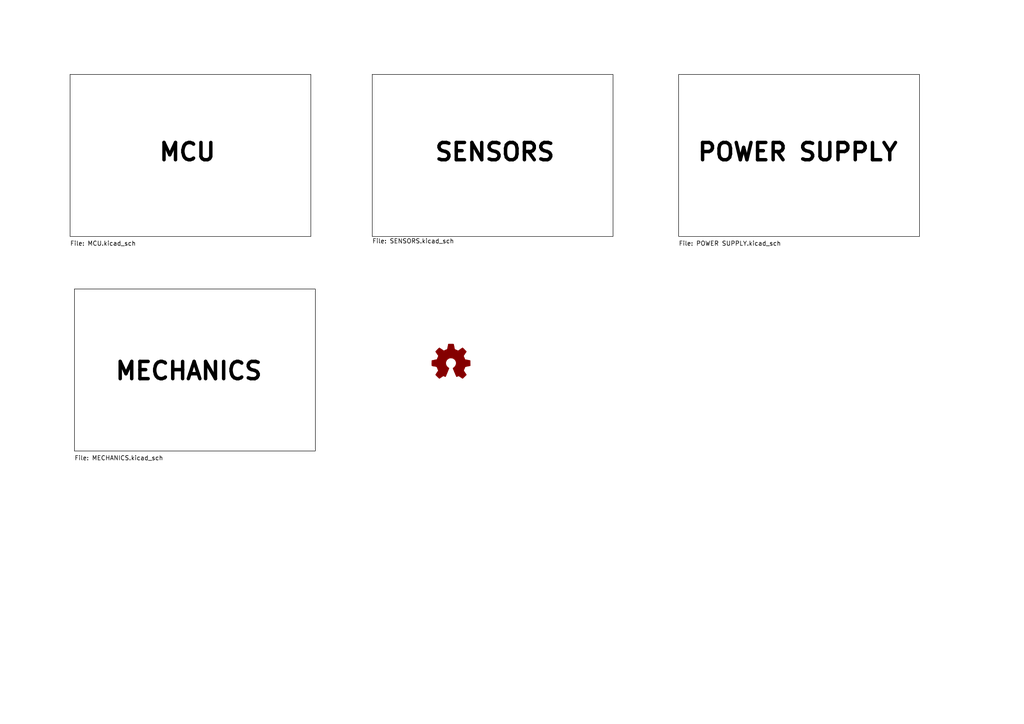
<source format=kicad_sch>
(kicad_sch (version 20230121) (generator eeschema)
  (paper "A4")
  (title_block (title "SUMEC THT") (company "SPŠ NA PROSEKU"))
  (lib_symbols
    (symbol "Graphic:Logo_Open_Hardware_Small" (in_bom no) (on_board no)
      (symbol "Logo_Open_Hardware_Small_0_1"
        (polyline (pts (xy 3.3528 -4.3434) (xy 3.302 -4.318) (xy 3.175 -4.2418) (xy 2.9972 -4.1148) (xy 2.7686 -3.9624) (xy 2.54 -3.81) (xy 2.3622 -3.7084) (xy 2.2352 -3.6068) (xy 2.1844 -3.5814) (xy 2.159 -3.6068) (xy 2.0574 -3.6576) (xy 1.905 -3.7338) (xy 1.8034 -3.7846) (xy 1.6764 -3.8354) (xy 1.6002 -3.8354) (xy 1.6002 -3.8354) (xy 1.5494 -3.7338) (xy 1.4732 -3.5306) (xy 1.3462 -3.302) (xy 1.2446 -3.0226) (xy 1.1176 -2.7178) (xy 0.9652 -2.413) (xy 0.8636 -2.1082) (xy 0.7366 -1.8288) (xy 0.6604 -1.6256) (xy 0.6096 -1.4732) (xy 0.5842 -1.397) (xy 0.5842 -1.397) (xy 0.6604 -1.3208) (xy 0.7874 -1.2446) (xy 1.0414 -1.016) (xy 1.2954 -0.6858) (xy 1.4478 -0.3302) (xy 1.524 0.0762) (xy 1.4732 0.4572) (xy 1.3208 0.8128) (xy 1.0668 1.143) (xy 0.762 1.3716) (xy 0.4064 1.524) (xy 0 1.5748) (xy -0.381 1.5494) (xy -0.7366 1.397) (xy -1.0668 1.143) (xy -1.2192 0.9906) (xy -1.397 0.6604) (xy -1.524 0.3048) (xy -1.524 0.2286) (xy -1.4986 -0.1778) (xy -1.397 -0.5334) (xy -1.1938 -0.8636) (xy -0.9144 -1.143) (xy -0.8636 -1.1684) (xy -0.7366 -1.27) (xy -0.635 -1.3462) (xy -0.5842 -1.397) (xy -1.0668 -2.5908) (xy -1.143 -2.794) (xy -1.2954 -3.1242) (xy -1.397 -3.4036) (xy -1.4986 -3.6322) (xy -1.5748 -3.7846) (xy -1.6002 -3.8354) (xy -1.6002 -3.8354) (xy -1.651 -3.8354) (xy -1.7272 -3.81) (xy -1.905 -3.7338) (xy -2.0066 -3.683) (xy -2.1336 -3.6068) (xy -2.2098 -3.5814) (xy -2.2606 -3.6068) (xy -2.3622 -3.683) (xy -2.54 -3.81) (xy -2.7686 -3.9624) (xy -2.9718 -4.0894) (xy -3.1496 -4.2164) (xy -3.302 -4.318) (xy -3.3528 -4.3434) (xy -3.3782 -4.3434) (xy -3.429 -4.318) (xy -3.5306 -4.2164) (xy -3.7084 -4.064) (xy -3.937 -3.8354) (xy -3.9624 -3.81) (xy -4.1656 -3.6068) (xy -4.318 -3.4544) (xy -4.4196 -3.3274) (xy -4.445 -3.2766) (xy -4.445 -3.2766) (xy -4.4196 -3.2258) (xy -4.318 -3.0734) (xy -4.2164 -2.8956) (xy -4.064 -2.667) (xy -3.6576 -2.0828) (xy -3.8862 -1.5494) (xy -3.937 -1.3716) (xy -4.0386 -1.1684) (xy -4.0894 -1.0414) (xy -4.1148 -0.9652) (xy -4.191 -0.9398) (xy -4.318 -0.9144) (xy -4.5466 -0.8636) (xy -4.8006 -0.8128) (xy -5.0546 -0.7874) (xy -5.2578 -0.7366) (xy -5.4356 -0.7112) (xy -5.5118 -0.6858) (xy -5.5118 -0.6858) (xy -5.5372 -0.635) (xy -5.5372 -0.5588) (xy -5.5372 -0.4318) (xy -5.5626 -0.2286) (xy -5.5626 0.0762) (xy -5.5626 0.127) (xy -5.5372 0.4064) (xy -5.5372 0.635) (xy -5.5372 0.762) (xy -5.5372 0.8382) (xy -5.5372 0.8382) (xy -5.461 0.8382) (xy -5.3086 0.889) (xy -5.08 0.9144) (xy -4.826 0.9652) (xy -4.8006 0.9906) (xy -4.5466 1.0414) (xy -4.318 1.0668) (xy -4.1656 1.1176) (xy -4.0894 1.143) (xy -4.0894 1.143) (xy -4.0386 1.2446) (xy -3.9624 1.4224) (xy -3.8608 1.6256) (xy -3.7846 1.8288) (xy -3.7084 2.0066) (xy -3.6576 2.159) (xy -3.6322 2.2098) (xy -3.6322 2.2098) (xy -3.683 2.286) (xy -3.7592 2.413) (xy -3.8862 2.5908) (xy -4.064 2.8194) (xy -4.064 2.8448) (xy -4.2164 3.0734) (xy -4.3434 3.2512) (xy -4.4196 3.3782) (xy -4.445 3.4544) (xy -4.445 3.4544) (xy -4.3942 3.5052) (xy -4.2926 3.6322) (xy -4.1148 3.81) (xy -3.937 4.0132) (xy -3.8608 4.064) (xy -3.6576 4.2926) (xy -3.5052 4.4196) (xy -3.4036 4.4958) (xy -3.3528 4.5212) (xy -3.3528 4.5212) (xy -3.302 4.4704) (xy -3.1496 4.3688) (xy -2.9718 4.2418) (xy -2.7432 4.0894) (xy -2.7178 4.0894) (xy -2.4892 3.937) (xy -2.3114 3.81) (xy -2.1844 3.7084) (xy -2.1336 3.683) (xy -2.1082 3.683) (xy -2.032 3.7084) (xy -1.8542 3.7592) (xy -1.6764 3.8354) (xy -1.4732 3.937) (xy -1.27 4.0132) (xy -1.143 4.064) (xy -1.0668 4.1148) (xy -1.0668 4.1148) (xy -1.0414 4.191) (xy -1.016 4.3434) (xy -0.9652 4.572) (xy -0.9144 4.8514) (xy -0.889 4.9022) (xy -0.8382 5.1562) (xy -0.8128 5.3848) (xy -0.7874 5.5372) (xy -0.762 5.588) (xy -0.7112 5.6134) (xy -0.5842 5.6134) (xy -0.4064 5.6134) (xy -0.1524 5.6134) (xy 0.0762 5.6134) (xy 0.3302 5.6134) (xy 0.5334 5.6134) (xy 0.6858 5.588) (xy 0.7366 5.588) (xy 0.7366 5.588) (xy 0.762 5.5118) (xy 0.8128 5.334) (xy 0.8382 5.1054) (xy 0.9144 4.826) (xy 0.9144 4.7752) (xy 0.9652 4.5212) (xy 1.016 4.2926) (xy 1.0414 4.1402) (xy 1.0668 4.0894) (xy 1.0668 4.0894) (xy 1.1938 4.0386) (xy 1.3716 3.9624) (xy 1.5748 3.8608) (xy 2.0828 3.6576) (xy 2.7178 4.0894) (xy 2.7686 4.1402) (xy 2.9972 4.2926) (xy 3.175 4.4196) (xy 3.302 4.4958) (xy 3.3782 4.5212) (xy 3.3782 4.5212) (xy 3.429 4.4704) (xy 3.556 4.3434) (xy 3.7338 4.191) (xy 3.9116 3.9878) (xy 4.064 3.8354) (xy 4.2418 3.6576) (xy 4.3434 3.556) (xy 4.4196 3.4798) (xy 4.4196 3.429) (xy 4.4196 3.4036) (xy 4.3942 3.3274) (xy 4.2926 3.2004) (xy 4.1656 2.9972) (xy 4.0132 2.794) (xy 3.8862 2.5908) (xy 3.7592 2.3876) (xy 3.6576 2.2352) (xy 3.6322 2.159) (xy 3.6322 2.1336) (xy 3.683 2.0066) (xy 3.7592 1.8288) (xy 3.8608 1.6002) (xy 4.064 1.1176) (xy 4.3942 1.0414) (xy 4.5974 1.016) (xy 4.8768 0.9652) (xy 5.1308 0.9144) (xy 5.5372 0.8382) (xy 5.5626 -0.6604) (xy 5.4864 -0.6858) (xy 5.4356 -0.6858) (xy 5.2832 -0.7366) (xy 5.0546 -0.762) (xy 4.8006 -0.8128) (xy 4.5974 -0.8636) (xy 4.3688 -0.9144) (xy 4.2164 -0.9398) (xy 4.1402 -0.9398) (xy 4.1148 -0.9652) (xy 4.064 -1.0668) (xy 3.9878 -1.2446) (xy 3.9116 -1.4478) (xy 3.81 -1.651) (xy 3.7338 -1.8542) (xy 3.683 -2.0066) (xy 3.6576 -2.0828) (xy 3.683 -2.1336) (xy 3.7846 -2.2606) (xy 3.8862 -2.4638) (xy 4.0386 -2.667) (xy 4.191 -2.8956) (xy 4.318 -3.0734) (xy 4.3942 -3.2004) (xy 4.445 -3.2766) (xy 4.4196 -3.3274) (xy 4.3434 -3.429) (xy 4.1656 -3.5814) (xy 3.937 -3.8354) (xy 3.8862 -3.8608) (xy 3.683 -4.064) (xy 3.5306 -4.2164) (xy 3.4036 -4.318) (xy 3.3528 -4.3434)) (fill (type outline)))
      )
    )
  )
  (symbol (lib_id "Graphic:Logo_Open_Hardware_Small") (at 130.81 105.41 0) (unit 1) (in_bom no) (on_board no)
    (property "Reference" "#SYM1" (effects hide))
    (property "Value" "Logo_Open_Hardware_Small" (effects hide))
    (property "Sim.Enable" "0" (effects hide))
  )
  (sheet (at 21.59 83.82) (size 69.85 46.99) (stroke (width 0.1524) (color 0 0 0 1)) (fill (color 255 255 255 1.0000))
    (property "Sheetname" "MECHANICS" (at 33.02 110.49 0) (effects (font (size 5 5) bold) (justify left bottom)))
    (property "Sheetfile" "MECHANICS.kicad_sch" (at 21.59 132.08 0) (effects (justify left top)))
  )
  (sheet (at 20.32 21.59) (size 69.85 46.99) (stroke (width 0.1524) (color 0 0 0 1)) (fill (color 255 255 255 1.0000))
    (property "Sheetname" "MCU" (at 45.72 46.99 0) (effects (font (size 5 5) bold) (justify left bottom)))
    (property "Sheetfile" "MCU.kicad_sch" (at 20.32 69.85 0) (effects (justify left top)))
  )
  (sheet (at 196.85 21.59) (size 69.85 46.99) (stroke (width 0.1524) (color 0 0 0 1)) (fill (color 255 255 255 1.0000))
    (property "Sheetname" "POWER SUPPLY" (at 201.93 46.99 0) (effects (font (size 5 5) bold) (justify left bottom)))
    (property "Sheetfile" "POWER SUPPLY.kicad_sch" (at 196.85 69.85 0) (effects (justify left top)))
  )
  (sheet (at 107.95 21.59) (size 69.85 46.99) (stroke (width 0.1524) (color 0 0 0 1)) (fill (color 255 255 255 1.0000))
    (property "Sheetname" "SENSORS" (at 125.73 46.99 0) (effects (font (size 5 5) bold) (justify left bottom)))
    (property "Sheetfile" "SENSORS.kicad_sch" (at 107.95 69.1646 0) (effects (justify left top)))
  )
)
</source>
